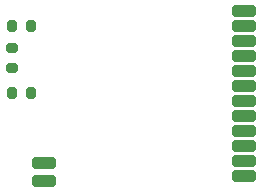
<source format=gbr>
%TF.GenerationSoftware,KiCad,Pcbnew,7.0.4*%
%TF.CreationDate,2023-05-26T13:26:56+02:00*%
%TF.ProjectId,AS4432_868,41533434-3332-45f3-9836-382e6b696361,rev?*%
%TF.SameCoordinates,Original*%
%TF.FileFunction,Paste,Top*%
%TF.FilePolarity,Positive*%
%FSLAX46Y46*%
G04 Gerber Fmt 4.6, Leading zero omitted, Abs format (unit mm)*
G04 Created by KiCad (PCBNEW 7.0.4) date 2023-05-26 13:26:56*
%MOMM*%
%LPD*%
G01*
G04 APERTURE LIST*
G04 Aperture macros list*
%AMRoundRect*
0 Rectangle with rounded corners*
0 $1 Rounding radius*
0 $2 $3 $4 $5 $6 $7 $8 $9 X,Y pos of 4 corners*
0 Add a 4 corners polygon primitive as box body*
4,1,4,$2,$3,$4,$5,$6,$7,$8,$9,$2,$3,0*
0 Add four circle primitives for the rounded corners*
1,1,$1+$1,$2,$3*
1,1,$1+$1,$4,$5*
1,1,$1+$1,$6,$7*
1,1,$1+$1,$8,$9*
0 Add four rect primitives between the rounded corners*
20,1,$1+$1,$2,$3,$4,$5,0*
20,1,$1+$1,$4,$5,$6,$7,0*
20,1,$1+$1,$6,$7,$8,$9,0*
20,1,$1+$1,$8,$9,$2,$3,0*%
G04 Aperture macros list end*
%ADD10RoundRect,0.250000X0.750000X0.250000X-0.750000X0.250000X-0.750000X-0.250000X0.750000X-0.250000X0*%
%ADD11RoundRect,0.200000X-0.200000X-0.275000X0.200000X-0.275000X0.200000X0.275000X-0.200000X0.275000X0*%
%ADD12RoundRect,0.200000X0.275000X-0.200000X0.275000X0.200000X-0.275000X0.200000X-0.275000X-0.200000X0*%
G04 APERTURE END LIST*
D10*
%TO.C,U1*%
X140970000Y-56515000D03*
X140970000Y-55245000D03*
X140970000Y-53975000D03*
X140970000Y-52705000D03*
X140970000Y-51435000D03*
X140970000Y-50165000D03*
X140970000Y-48895000D03*
X140970000Y-47625000D03*
X140970000Y-46355000D03*
X140970000Y-45085000D03*
X140970000Y-43815000D03*
X140970000Y-42545000D03*
X123970000Y-55435000D03*
X123970000Y-56935000D03*
%TD*%
D11*
%TO.C,M1*%
X121285000Y-49530000D03*
X122935000Y-49530000D03*
%TD*%
%TO.C,M3*%
X121285000Y-43815000D03*
X122935000Y-43815000D03*
%TD*%
D12*
%TO.C,M2*%
X121285000Y-47370000D03*
X121285000Y-45720000D03*
%TD*%
M02*

</source>
